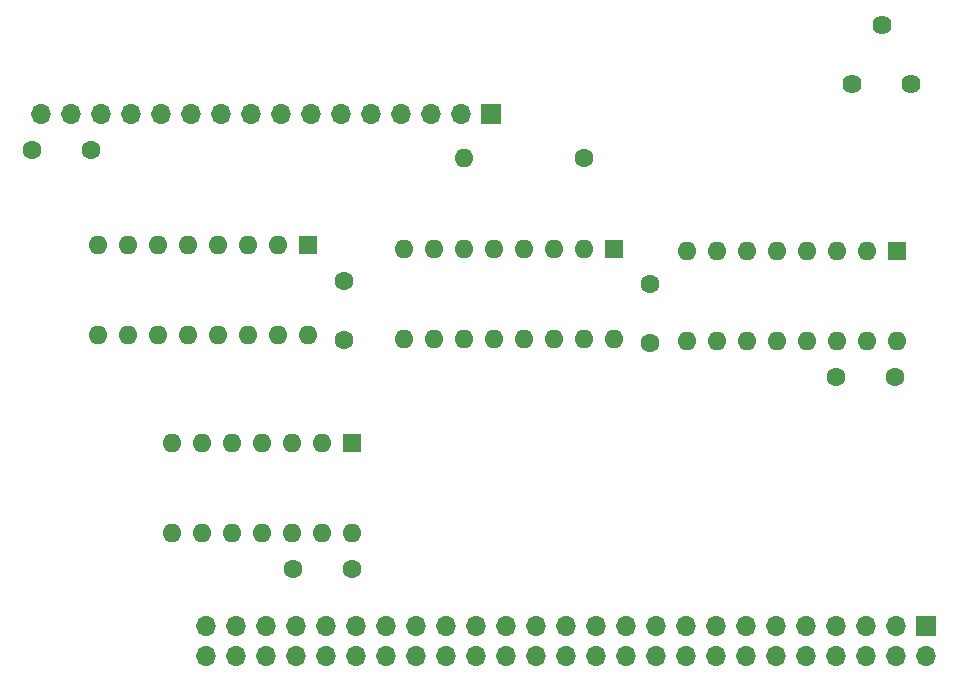
<source format=gbr>
%TF.GenerationSoftware,KiCad,Pcbnew,(5.1.10-1-10_14)*%
%TF.CreationDate,2021-10-31T18:51:05+01:00*%
%TF.ProjectId,lcd_board,6c63645f-626f-4617-9264-2e6b69636164,rev?*%
%TF.SameCoordinates,Original*%
%TF.FileFunction,Soldermask,Top*%
%TF.FilePolarity,Negative*%
%FSLAX46Y46*%
G04 Gerber Fmt 4.6, Leading zero omitted, Abs format (unit mm)*
G04 Created by KiCad (PCBNEW (5.1.10-1-10_14)) date 2021-10-31 18:51:05*
%MOMM*%
%LPD*%
G01*
G04 APERTURE LIST*
%ADD10O,1.600000X1.600000*%
%ADD11C,1.600000*%
%ADD12C,1.620000*%
%ADD13R,1.600000X1.600000*%
%ADD14O,1.700000X1.700000*%
%ADD15R,1.700000X1.700000*%
G04 APERTURE END LIST*
D10*
%TO.C,R1*%
X39116000Y46228000D03*
D11*
X49276000Y46228000D03*
%TD*%
%TO.C,C5*%
X7540000Y46863000D03*
X2540000Y46863000D03*
%TD*%
%TO.C,C4*%
X54864000Y30560000D03*
X54864000Y35560000D03*
%TD*%
%TO.C,C3*%
X75612000Y27686000D03*
X70612000Y27686000D03*
%TD*%
%TO.C,C2*%
X28956000Y30814000D03*
X28956000Y35814000D03*
%TD*%
%TO.C,C1*%
X29638000Y11430000D03*
X24638000Y11430000D03*
%TD*%
D12*
%TO.C,RV1*%
X76962000Y52451000D03*
X74462000Y57451000D03*
X71962000Y52451000D03*
%TD*%
D10*
%TO.C,U4*%
X25908000Y31242000D03*
X8128000Y38862000D03*
X23368000Y31242000D03*
X10668000Y38862000D03*
X20828000Y31242000D03*
X13208000Y38862000D03*
X18288000Y31242000D03*
X15748000Y38862000D03*
X15748000Y31242000D03*
X18288000Y38862000D03*
X13208000Y31242000D03*
X20828000Y38862000D03*
X10668000Y31242000D03*
X23368000Y38862000D03*
X8128000Y31242000D03*
D13*
X25908000Y38862000D03*
%TD*%
D10*
%TO.C,U3*%
X51816000Y30861000D03*
X34036000Y38481000D03*
X49276000Y30861000D03*
X36576000Y38481000D03*
X46736000Y30861000D03*
X39116000Y38481000D03*
X44196000Y30861000D03*
X41656000Y38481000D03*
X41656000Y30861000D03*
X44196000Y38481000D03*
X39116000Y30861000D03*
X46736000Y38481000D03*
X36576000Y30861000D03*
X49276000Y38481000D03*
X34036000Y30861000D03*
D13*
X51816000Y38481000D03*
%TD*%
D10*
%TO.C,U2*%
X75755500Y30734000D03*
X57975500Y38354000D03*
X73215500Y30734000D03*
X60515500Y38354000D03*
X70675500Y30734000D03*
X63055500Y38354000D03*
X68135500Y30734000D03*
X65595500Y38354000D03*
X65595500Y30734000D03*
X68135500Y38354000D03*
X63055500Y30734000D03*
X70675500Y38354000D03*
X60515500Y30734000D03*
X73215500Y38354000D03*
X57975500Y30734000D03*
D13*
X75755500Y38354000D03*
%TD*%
D10*
%TO.C,U1*%
X29591000Y14414500D03*
X14351000Y22034500D03*
X27051000Y14414500D03*
X16891000Y22034500D03*
X24511000Y14414500D03*
X19431000Y22034500D03*
X21971000Y14414500D03*
X21971000Y22034500D03*
X19431000Y14414500D03*
X24511000Y22034500D03*
X16891000Y14414500D03*
X27051000Y22034500D03*
X14351000Y14414500D03*
D13*
X29591000Y22034500D03*
%TD*%
D14*
%TO.C,J2*%
X3302000Y49911000D03*
X5842000Y49911000D03*
X8382000Y49911000D03*
X10922000Y49911000D03*
X13462000Y49911000D03*
X16002000Y49911000D03*
X18542000Y49911000D03*
X21082000Y49911000D03*
X23622000Y49911000D03*
X26162000Y49911000D03*
X28702000Y49911000D03*
X31242000Y49911000D03*
X33782000Y49911000D03*
X36322000Y49911000D03*
X38862000Y49911000D03*
D15*
X41402000Y49911000D03*
%TD*%
D14*
%TO.C,J1*%
X17272000Y4064000D03*
X17272000Y6604000D03*
X19812000Y4064000D03*
X19812000Y6604000D03*
X22352000Y4064000D03*
X22352000Y6604000D03*
X24892000Y4064000D03*
X24892000Y6604000D03*
X27432000Y4064000D03*
X27432000Y6604000D03*
X29972000Y4064000D03*
X29972000Y6604000D03*
X32512000Y4064000D03*
X32512000Y6604000D03*
X35052000Y4064000D03*
X35052000Y6604000D03*
X37592000Y4064000D03*
X37592000Y6604000D03*
X40132000Y4064000D03*
X40132000Y6604000D03*
X42672000Y4064000D03*
X42672000Y6604000D03*
X45212000Y4064000D03*
X45212000Y6604000D03*
X47752000Y4064000D03*
X47752000Y6604000D03*
X50292000Y4064000D03*
X50292000Y6604000D03*
X52832000Y4064000D03*
X52832000Y6604000D03*
X55372000Y4064000D03*
X55372000Y6604000D03*
X57912000Y4064000D03*
X57912000Y6604000D03*
X60452000Y4064000D03*
X60452000Y6604000D03*
X62992000Y4064000D03*
X62992000Y6604000D03*
X65532000Y4064000D03*
X65532000Y6604000D03*
X68072000Y4064000D03*
X68072000Y6604000D03*
X70612000Y4064000D03*
X70612000Y6604000D03*
X73152000Y4064000D03*
X73152000Y6604000D03*
X75692000Y4064000D03*
X75692000Y6604000D03*
X78232000Y4064000D03*
D15*
X78232000Y6604000D03*
%TD*%
M02*

</source>
